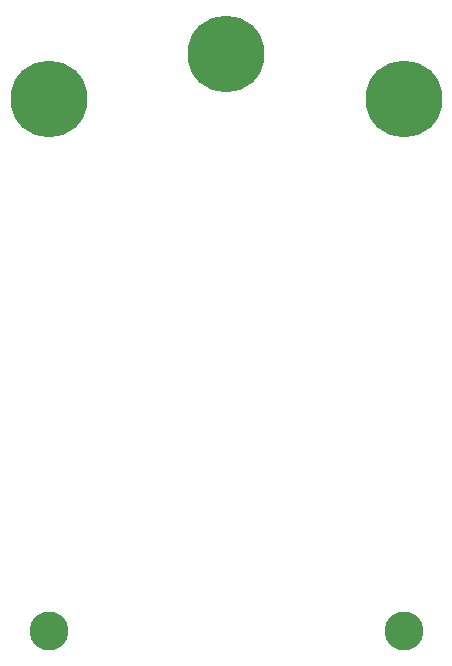
<source format=gbr>
%TF.GenerationSoftware,KiCad,Pcbnew,5.1.6-c6e7f7d~87~ubuntu18.04.1*%
%TF.CreationDate,2020-12-30T11:42:15-08:00*%
%TF.ProjectId,front-panel,66726f6e-742d-4706-916e-656c2e6b6963,rev?*%
%TF.SameCoordinates,Original*%
%TF.FileFunction,Soldermask,Bot*%
%TF.FilePolarity,Negative*%
%FSLAX46Y46*%
G04 Gerber Fmt 4.6, Leading zero omitted, Abs format (unit mm)*
G04 Created by KiCad (PCBNEW 5.1.6-c6e7f7d~87~ubuntu18.04.1) date 2020-12-30 11:42:15*
%MOMM*%
%LPD*%
G01*
G04 APERTURE LIST*
%ADD10C,6.500000*%
%ADD11C,3.300000*%
G04 APERTURE END LIST*
D10*
%TO.C,REF\u002A\u002A*%
X85000000Y-70000000D03*
%TD*%
%TO.C,REF\u002A\u002A*%
X115000000Y-70000000D03*
%TD*%
%TO.C,REF\u002A\u002A*%
X100000000Y-66200000D03*
%TD*%
D11*
%TO.C,REF\u002A\u002A*%
X85000000Y-115000000D03*
%TD*%
%TO.C,REF\u002A\u002A*%
X115000000Y-115000000D03*
%TD*%
M02*

</source>
